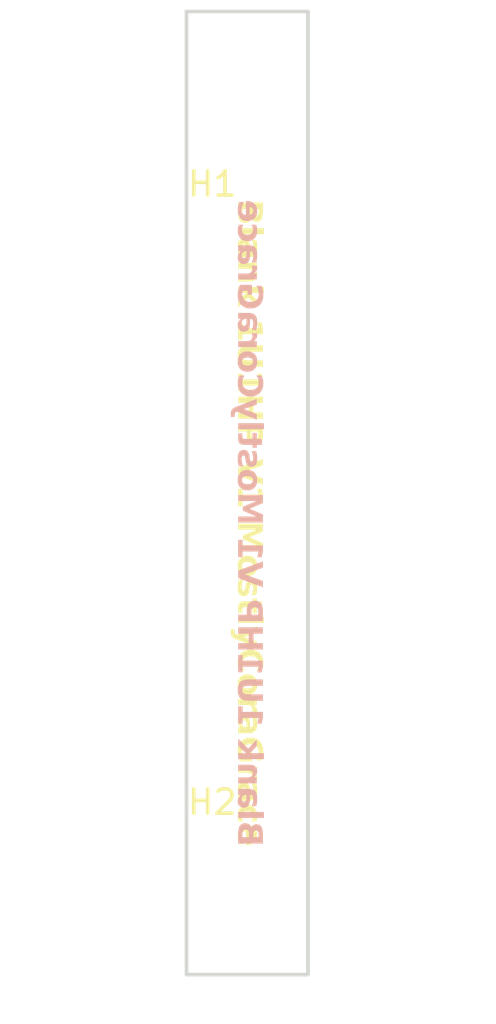
<source format=kicad_pcb>
(kicad_pcb (version 20240108) (generator "pcbnew") (generator_version "8.0")
  (layers (0 "F.Cu" signal) (31 "B.Cu" signal) (34 "B.Paste" user) (35 "F.Paste" user) (36 "B.SilkS" user "B.Silkscreen") (37 "F.SilkS" user "F.Silkscreen") (38 "B.Mask" user) (39 "F.Mask" user) (44 "Edge.Cuts" user))
  (net 0 "")
  (footprint "EXC:MountingHole_3.2mm_M3" (layer "F.Cu") (at 2.54 5.425)
    (property "Reference" "H1" (at -0.381 4.1 0) (layer "F.SilkS") (effects (justify right)))
    (property "Value" "Eurorack_M3_MountingHole")
    (pad "" np_thru_hole circle (at 0 0) (size 3.2 3.2) (drill 3.2) (layers "F&B.Cu" "*.Mask"))
  )
  (footprint "EXC:MountingHole_3.2mm_M3" (layer "F.Cu") (at 2.54 39.075)
    (property "Reference" "H2" (at -0.381 -4.1 0) (layer "F.SilkS") (effects (justify right)))
    (property "Value" "Eurorack_M3_MountingHole")
    (pad "" np_thru_hole circle (at 0 0) (size 3.2 3.2) (drill 3.2) (layers "F&B.Cu" "*.Mask"))
  )
  (gr_rect (start 0 2.425) (end 5 42.075) (stroke (width 0.15)) (fill none) (layer "Edge.Cuts"))
  (gr_text "Blank 1U1HP V1 MostlyCoraGrace" (at 2.54 10.16 270) (layer "B.SilkS") (effects (font (size 1 1) (thickness 0.25) (bold yes)) (justify right mirror)))
  (gr_text "Blank 1U1HP V1 MostlyCoraGrace" (at 2.54 10.16 270) (layer "F.SilkS") (effects (font (size 1 1) (thickness 0.25) (bold yes)) (justify left)))
)
</source>
